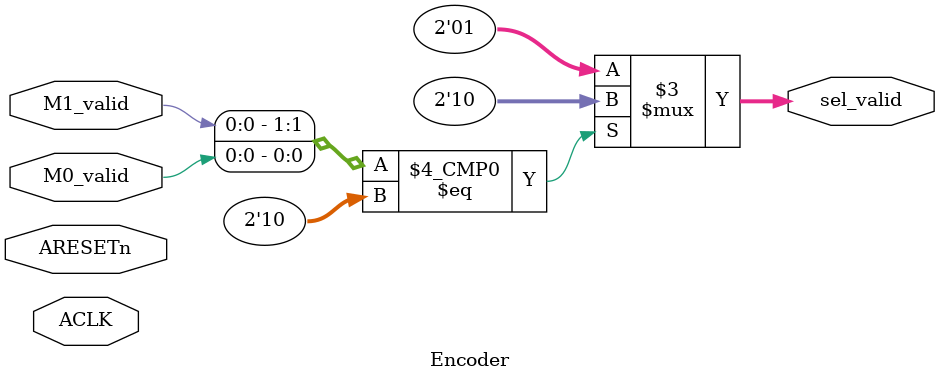
<source format=sv>
module Encoder (
    input ACLK, ARESETn,
    input M0_valid, M1_valid,
    output logic [1:0] sel_valid
);

always_comb begin
    case({M1_valid, M0_valid})
        2'b01: begin
            sel_valid = 2'b01;//m0
        end
        2'b10: begin
            sel_valid = 2'b10;//m1
        end
        default: begin
            sel_valid = 2'b01;
        end
    endcase
end
endmodule
</source>
